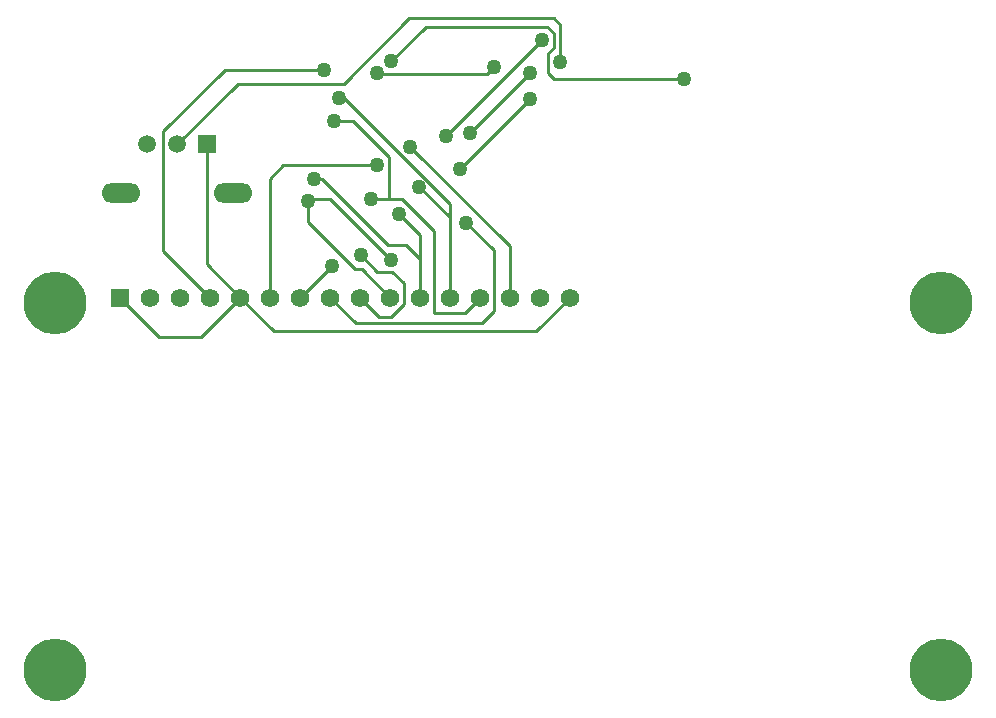
<source format=gbl>
G04*
G04 #@! TF.GenerationSoftware,Altium Limited,Altium Designer,20.2.7 (254)*
G04*
G04 Layer_Physical_Order=2*
G04 Layer_Color=16711680*
%FSLAX44Y44*%
%MOMM*%
G71*
G04*
G04 #@! TF.SameCoordinates,1E3B47B3-C475-4593-AA8A-A76477CD3576*
G04*
G04*
G04 #@! TF.FilePolarity,Positive*
G04*
G01*
G75*
%ADD13C,0.2540*%
%ADD53C,5.3000*%
%ADD54C,1.5750*%
%ADD55R,1.5750X1.5750*%
%ADD56C,1.5080*%
%ADD57R,1.5080X1.5080*%
%ADD58O,3.3000X1.6500*%
%ADD59C,1.2700*%
D13*
X1238250Y883412D02*
Y894206D01*
Y815340D02*
Y883412D01*
X1186434Y898652D02*
X1197864D01*
X1171194D02*
X1186434D01*
X1331468Y1014984D02*
Y1046480D01*
X1326134Y1051814D02*
X1331468Y1046480D01*
X1203793Y1051814D02*
X1326134D01*
X1148421Y996442D02*
X1203793Y1051814D01*
X1058492Y996442D02*
X1148421D01*
X1007110Y945060D02*
X1058492Y996442D01*
X995680Y854710D02*
X1035050Y815340D01*
X995680Y854710D02*
Y956310D01*
X1047496Y1008126D01*
X1131316D01*
X1097280Y927354D02*
X1176274D01*
X1085850Y915924D02*
X1097280Y927354D01*
X1085850Y815340D02*
Y915924D01*
X1111250Y815340D02*
X1138174Y842264D01*
X1251966Y878840D02*
X1275588Y855218D01*
Y803656D02*
Y855218D01*
X1265428Y793496D02*
X1275588Y803656D01*
X1158494Y793496D02*
X1265428D01*
X1136650Y815340D02*
X1158494Y793496D01*
X1162558Y851154D02*
X1176582Y837130D01*
X1189536D01*
X1199388Y827278D01*
Y809498D02*
Y827278D01*
X1188720Y798830D02*
X1199388Y809498D01*
X1178560Y798830D02*
X1188720D01*
X1162050Y815340D02*
X1178560Y798830D01*
X1212850Y815340D02*
Y847850D01*
Y868444D01*
X1195088Y886206D02*
X1212850Y868444D01*
X1201065Y859635D02*
X1212850Y847850D01*
X1186081Y859635D02*
X1201065D01*
X1130046Y915670D02*
X1186081Y859635D01*
X1123188Y915670D02*
X1130046D01*
X1212351Y909311D02*
X1238250Y883412D01*
X1148460Y983996D02*
X1238250Y894206D01*
X1144016Y983996D02*
X1148460D01*
X1250950Y802640D02*
X1263650Y815340D01*
X1225042Y802640D02*
X1250950D01*
X1186434Y898652D02*
Y934720D01*
X1156462Y964692D02*
X1186434Y934720D01*
X1139698Y964692D02*
X1156462D01*
X1224788Y871728D02*
X1225042Y802640D01*
X1197864Y898652D02*
X1224788Y871728D01*
X1289050Y815340D02*
Y858868D01*
X1204817Y943102D02*
X1289050Y858868D01*
X1246400Y924074D02*
X1305814Y983488D01*
X1235202Y952246D02*
X1315974Y1033018D01*
X1118108Y879223D02*
Y897128D01*
Y879223D02*
X1158240Y839091D01*
X1163699D01*
X1187450Y815340D01*
X1118108Y897128D02*
X1120140Y899160D01*
X1136904D01*
X1188720Y847344D01*
X1176274Y1005586D02*
X1178047D01*
X1178650Y1004983D01*
X1269904D01*
X1275588Y1010666D01*
X1326388Y1000760D02*
X1436624D01*
X1321308Y1005840D02*
X1326388Y1000760D01*
X1321308Y1005840D02*
Y1021969D01*
X1326134Y1026795D01*
Y1039368D01*
X1320800Y1044702D02*
X1326134Y1039368D01*
X1218184Y1044702D02*
X1320800D01*
X1188720Y1015238D02*
X1218184Y1044702D01*
X1032110Y843680D02*
Y945060D01*
Y843680D02*
X1060450Y815340D01*
X1089152Y786638D01*
X1311148D01*
X1339850Y815340D01*
X1255268Y954532D02*
X1305814Y1005078D01*
X1027430Y782320D02*
X1060450Y815340D01*
X991870Y782320D02*
X1027430D01*
X958850Y815340D02*
X991870Y782320D01*
D53*
X1653850Y500340D02*
D03*
X903850D02*
D03*
X1653850Y810340D02*
D03*
X903850D02*
D03*
D54*
X1339850Y815340D02*
D03*
X1314450D02*
D03*
X1289050D02*
D03*
X1263650D02*
D03*
X1238250D02*
D03*
X1212850D02*
D03*
X1187450D02*
D03*
X1162050D02*
D03*
X1136650D02*
D03*
X1111250D02*
D03*
X1085850D02*
D03*
X1060450D02*
D03*
X1035050D02*
D03*
X1009650D02*
D03*
X984250D02*
D03*
D55*
X958850D02*
D03*
D56*
X982110Y945060D02*
D03*
X1007110D02*
D03*
D57*
X1032110D02*
D03*
D58*
X1054610Y904060D02*
D03*
X959610D02*
D03*
D59*
X1331468Y1014984D02*
D03*
X1131316Y1008126D02*
D03*
X1176274Y927354D02*
D03*
X1138174Y842264D02*
D03*
X1251966Y878840D02*
D03*
X1162558Y851154D02*
D03*
X1195088Y886206D02*
D03*
X1123188Y915670D02*
D03*
X1212351Y909311D02*
D03*
X1144016Y983996D02*
D03*
X1139698Y964692D02*
D03*
X1171194Y898652D02*
D03*
X1204817Y943102D02*
D03*
X1246400Y924074D02*
D03*
X1305814Y983488D02*
D03*
X1235202Y952246D02*
D03*
X1315974Y1033018D02*
D03*
X1118108Y897128D02*
D03*
X1188720Y847344D02*
D03*
X1176274Y1005586D02*
D03*
X1275588Y1010666D02*
D03*
X1436624Y1000760D02*
D03*
X1188720Y1015238D02*
D03*
X1255268Y954532D02*
D03*
X1305814Y1005078D02*
D03*
M02*

</source>
